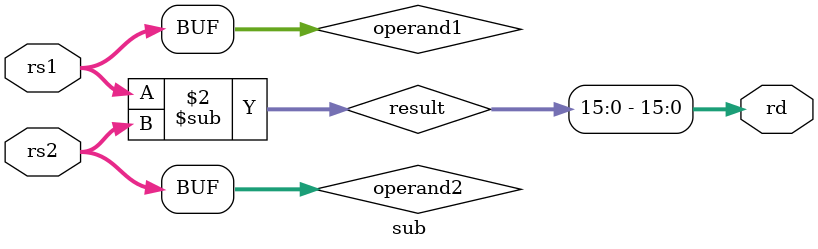
<source format=sv>
/*module sub(rs1,rs2,sub_rd);
  parameter N=16;
  input [N-1:0] rs1, rs2;            
  output reg [N-1:0] sub_rd;

      genvar i;
      for(i=0;i<N;i++)begin
          xor x2(sub_rd[i],rs1[i],rs2[i]);
  end
endmodule*/


module sub(rs1, rs2, rd);
input [15:0] rs1, rs2; //rs1,rs2 are 16-bit values
output reg [15:0] rd; //rd is 16-bit value

reg [15:0] operand1, operand2; //stores the rs1 and rs2 values
reg [16:0] result; //stores result of the subtraction of "operand2" from "operand1"

always @(*) begin
operand1 = rs1; //assigns the input value to operand1
operand2 = rs2; //assigns the input value to operand2
result = operand1 - operand2;
rd = result[15:0];
end
endmodule

</source>
